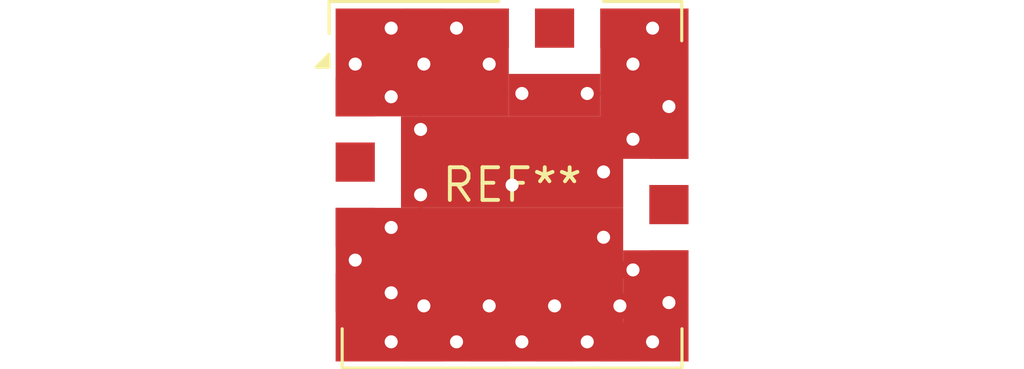
<source format=kicad_pcb>
(kicad_pcb (version 20240108) (generator pcbnew)
  (layers (0 "F.Cu" signal) (31 "B.Cu" signal) (34 "B.Paste" user) (35 "F.Paste" user) (36 "B.SilkS" user "B.Silkscreen") (37 "F.SilkS" user "F.Silkscreen") (38 "B.Mask" user) (39 "F.Mask" user) (44 "Edge.Cuts" user))
  (net 0 "")
  (footprint "Mini-Circuits_CK605_LandPatternPL-012" (layer "F.Cu") (at 0 0)
    (property "Reference" "REF**")
    (property "Value" "Mini-Circuits_CK605_LandPatternPL-012")
    (fp_line (start -7.112 -7.13) (end -0.508 -7.13) (layer "F.SilkS") (stroke (width 0.12)))
    (fp_line (start -7.112 -5.89) (end -7.112 -7.13) (layer "F.SilkS") (stroke (width 0.12)))
    (fp_line (start -6.604 5.588) (end -6.604 7.112) (layer "F.SilkS") (stroke (width 0.12)))
    (fp_line (start -6.604 7.12) (end 6.604 7.12) (layer "F.SilkS") (stroke (width 0.12)))
    (fp_line (start 3.546 -7.13) (end 6.594 -7.13) (layer "F.SilkS") (stroke (width 0.12)))
    (fp_line (start 6.594 -5.606) (end 6.594 -7.13) (layer "F.SilkS") (stroke (width 0.12)))
    (fp_line (start 6.604 7.112) (end 6.604 5.588) (layer "F.SilkS") (stroke (width 0.12)))
    (fp_poly (pts (xy -7.12 -4.58) (xy -7.62 -4.58) (xy -7.12 -5.08) (xy -7.12 -4.58)) (layer "F.SilkS") (stroke (width 0.12)) (fill solid))
    (pad "1" thru_hole circle (at -6.096 -4.699) (size 1.016 1.016) (drill 0.508) (layers *.Cu) (remove_unused_layers))
    (pad "1" smd rect (at -6.096 -3.429 270) (size 1.524 1.524) (layers "F.Cu" "F.Paste" "F.Mask"))
    (pad "1" thru_hole circle (at -6.096 2.921) (size 1.016 1.016) (drill 0.508) (layers *.Cu) (remove_unused_layers))
    (pad "1" thru_hole circle (at -4.699 -6.096) (size 1.016 1.016) (drill 0.508) (layers *.Cu) (remove_unused_layers))
    (pad "1" thru_hole circle (at -4.699 -3.429) (size 1.016 1.016) (drill 0.508) (layers *.Cu) (remove_unused_layers))
    (pad "1" thru_hole circle (at -4.699 1.651) (size 1.016 1.016) (drill 0.508) (layers *.Cu) (remove_unused_layers))
    (pad "1" thru_hole circle (at -4.699 4.191) (size 1.016 1.016) (drill 0.508) (layers *.Cu) (remove_unused_layers))
    (pad "1" thru_hole circle (at -4.699 6.096) (size 1.016 1.016) (drill 0.508) (layers *.Cu) (remove_unused_layers))
    (pad "1" thru_hole circle (at -3.556 -2.159) (size 1.016 1.016) (drill 0.508) (layers *.Cu) (remove_unused_layers))
    (pad "1" thru_hole circle (at -3.556 0.381) (size 1.016 1.016) (drill 0.508) (layers *.Cu) (remove_unused_layers))
    (pad "1" smd rect (at -3.4925 -4.7625) (size 6.731 4.191) (layers "F.Cu"))
    (pad "1" thru_hole circle (at -3.429 -4.699) (size 1.016 1.016) (drill 0.508) (layers *.Cu) (remove_unused_layers))
    (pad "1" thru_hole circle (at -3.429 4.699) (size 1.016 1.016) (drill 0.508) (layers *.Cu) (remove_unused_layers))
    (pad "1" thru_hole circle (at -2.159 -6.096) (size 1.016 1.016) (drill 0.508) (layers *.Cu) (remove_unused_layers))
    (pad "1" thru_hole circle (at -2.159 6.096) (size 1.016 1.016) (drill 0.508) (layers *.Cu) (remove_unused_layers))
    (pad "1" smd rect (at -1.27 3.8735) (size 11.176 5.969) (layers "F.Cu"))
    (pad "1" thru_hole circle (at -0.889 -4.699) (size 1.016 1.016) (drill 0.508) (layers *.Cu) (remove_unused_layers))
    (pad "1" thru_hole circle (at -0.889 4.699) (size 1.016 1.016) (drill 0.508) (layers *.Cu) (remove_unused_layers))
    (pad "1" smd rect (at 0 -0.889) (size 8.636 3.556) (layers "F.Cu"))
    (pad "1" thru_hole circle (at 0 0) (size 1.016 1.016) (drill 0.508) (layers *.Cu) (remove_unused_layers))
    (pad "1" thru_hole circle (at 0.381 -3.556) (size 1.016 1.016) (drill 0.508) (layers *.Cu) (remove_unused_layers))
    (pad "1" thru_hole circle (at 0.381 6.096) (size 1.016 1.016) (drill 0.508) (layers *.Cu) (remove_unused_layers))
    (pad "1" smd rect (at 1.651 -3.4925) (size 3.556 1.651) (layers "F.Cu"))
    (pad "1" thru_hole circle (at 1.651 4.699) (size 1.016 1.016) (drill 0.508) (layers *.Cu) (remove_unused_layers))
    (pad "1" thru_hole circle (at 2.921 -3.556) (size 1.016 1.016) (drill 0.508) (layers *.Cu) (remove_unused_layers))
    (pad "1" thru_hole circle (at 2.921 6.096) (size 1.016 1.016) (drill 0.508) (layers *.Cu) (remove_unused_layers))
    (pad "1" thru_hole circle (at 3.556 -0.508) (size 1.016 1.016) (drill 0.508) (layers *.Cu) (remove_unused_layers))
    (pad "1" thru_hole circle (at 3.556 2.032) (size 1.016 1.016) (drill 0.508) (layers *.Cu) (remove_unused_layers))
    (pad "1" thru_hole circle (at 4.191 4.699) (size 1.016 1.016) (drill 0.508) (layers *.Cu) (remove_unused_layers))
    (pad "1" thru_hole circle (at 4.699 -4.699) (size 1.016 1.016) (drill 0.508) (layers *.Cu) (remove_unused_layers))
    (pad "1" thru_hole circle (at 4.699 -1.778) (size 1.016 1.016) (drill 0.508) (layers *.Cu) (remove_unused_layers))
    (pad "1" thru_hole circle (at 4.699 3.302) (size 1.016 1.016) (drill 0.508) (layers *.Cu) (remove_unused_layers))
    (pad "1" smd rect (at 5.1435 -3.937) (size 3.429 5.842) (layers "F.Cu"))
    (pad "1" thru_hole circle (at 5.461 -6.096) (size 1.016 1.016) (drill 0.508) (layers *.Cu) (remove_unused_layers))
    (pad "1" thru_hole circle (at 5.461 6.096) (size 1.016 1.016) (drill 0.508) (layers *.Cu) (remove_unused_layers))
    (pad "1" smd rect (at 5.588 4.699) (size 2.54 4.318) (layers "F.Cu"))
    (pad "1" thru_hole circle (at 6.096 -3.048) (size 1.016 1.016) (drill 0.508) (layers *.Cu) (remove_unused_layers))
    (pad "1" thru_hole circle (at 6.096 4.572) (size 1.016 1.016) (drill 0.508) (layers *.Cu) (remove_unused_layers))
    (pad "2" smd rect (at -6.096 -0.889 270) (size 1.524 1.524) (layers "F.Cu" "F.Paste" "F.Mask") (clearance 1.016))
    (pad "3" smd rect (at -6.096 1.651 270) (size 1.524 1.524) (layers "F.Cu" "F.Paste" "F.Mask"))
    (pad "4" smd rect (at -6.096 4.191 270) (size 1.524 1.524) (layers "F.Cu" "F.Paste" "F.Mask"))
    (pad "5" smd rect (at -3.429 6.096 270) (size 1.524 1.524) (layers "F.Cu" "F.Paste" "F.Mask"))
    (pad "6" smd rect (at -0.889 6.096 270) (size 1.524 1.524) (layers "F.Cu" "F.Paste" "F.Mask"))
    (pad "7" smd rect (at 1.651 6.096 270) (size 1.524 1.524) (layers "F.Cu" "F.Paste" "F.Mask"))
    (pad "8" smd rect (at 4.191 6.096 270) (size 1.524 1.524) (layers "F.Cu" "F.Paste" "F.Mask"))
    (pad "9" smd rect (at 6.096 3.302 270) (size 1.524 1.524) (layers "F.Cu" "F.Paste" "F.Mask"))
    (pad "10" smd rect (at 6.096 0.762 270) (size 1.524 1.524) (layers "F.Cu" "F.Paste" "F.Mask") (clearance 1.016))
    (pad "11" smd rect (at 6.096 -1.778 270) (size 1.524 1.524) (layers "F.Cu" "F.Paste" "F.Mask"))
    (pad "12" smd rect (at 6.096 -4.318 270) (size 1.524 1.524) (layers "F.Cu" "F.Paste" "F.Mask"))
    (pad "13" smd rect (at 4.191 -6.096 270) (size 1.524 1.524) (layers "F.Cu" "F.Paste" "F.Mask"))
    (pad "14" smd rect (at 1.651 -6.096 270) (size 1.524 1.524) (layers "F.Cu" "F.Paste" "F.Mask") (clearance 1.016))
    (pad "15" smd rect (at -0.889 -6.096 270) (size 1.524 1.524) (layers "F.Cu" "F.Paste" "F.Mask"))
    (pad "16" smd rect (at -3.429 -6.096 270) (size 1.524 1.524) (layers "F.Cu" "F.Paste" "F.Mask"))
  )
)
</source>
